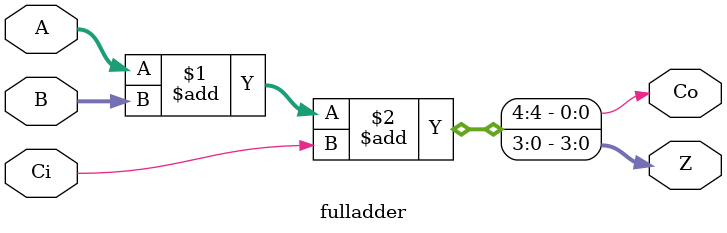
<source format=v>
`timescale 1ns / 1ps

module fulladder(
    input [3:0] A, //First operand
    input [3:0] B, //Second operand
    input Ci, //Carry input
    output [3:0] Z, //Output Sum
    output Co //Carry output
    );
    assign {Co,Z} = A + B + Ci; //Summation operation
endmodule
</source>
